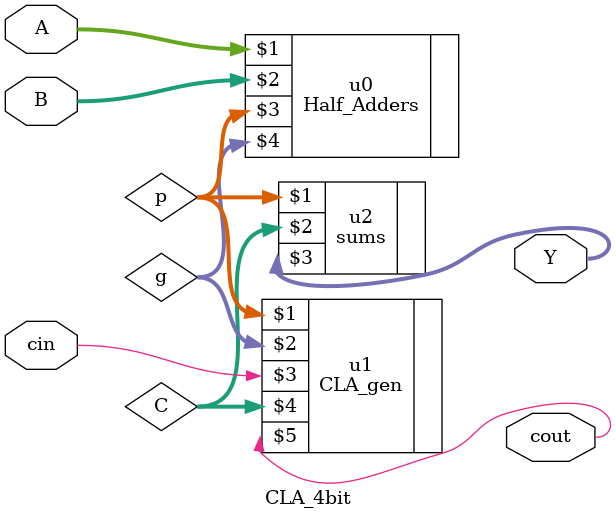
<source format=v>
`timescale 1ns / 1ps


module CLA_4bit (input [3:0] A, B, input cin,
                 output [3:0] Y, output cout);
                            
    wire [3:0] p;
    wire [3:0] g;
    wire [3:0] C;
    
    Half_Adders u0 (A, B, p, g);
    CLA_gen     u1 (p, g, cin, C, cout);
    sums        u2 (p, C, Y);
    
endmodule


</source>
